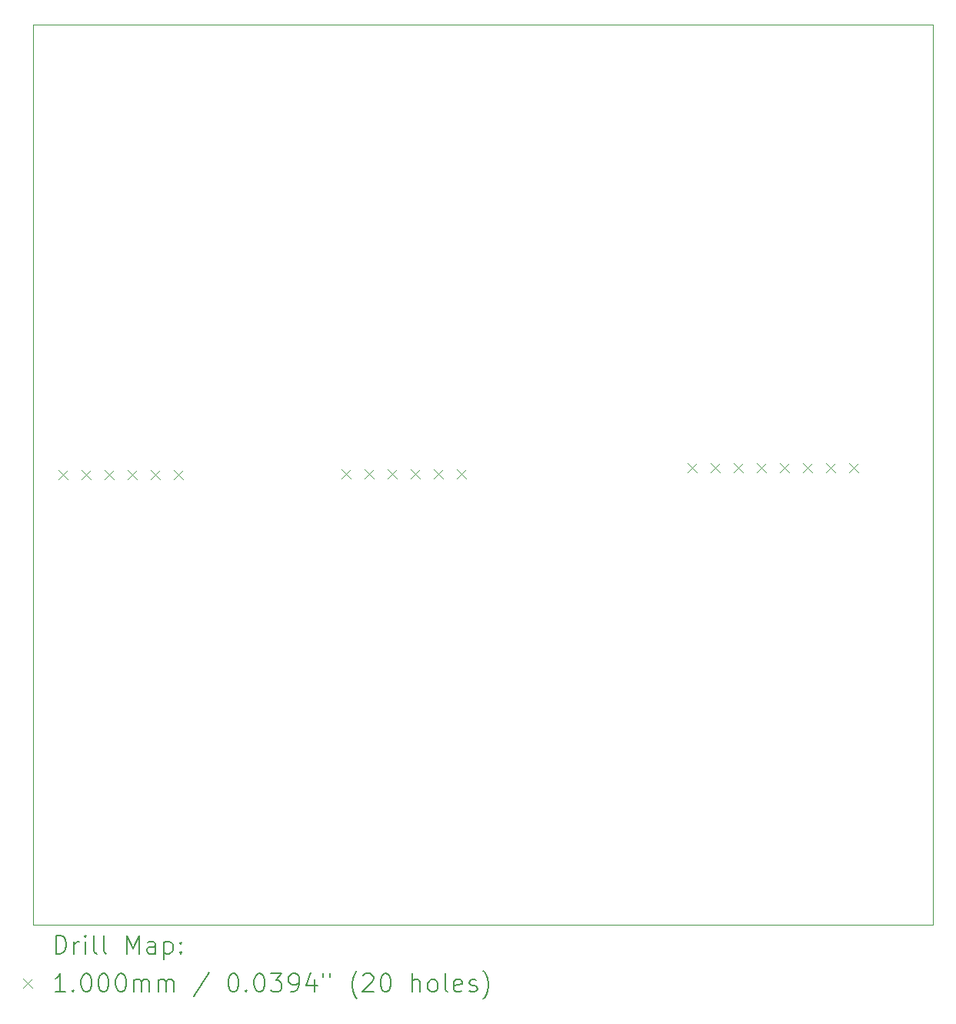
<source format=gbr>
%TF.GenerationSoftware,KiCad,Pcbnew,7.0.7*%
%TF.CreationDate,2024-01-08T08:14:43+08:00*%
%TF.ProjectId,IIDX_Cap_Controller,49494458-5f43-4617-905f-436f6e74726f,rev?*%
%TF.SameCoordinates,Original*%
%TF.FileFunction,Drillmap*%
%TF.FilePolarity,Positive*%
%FSLAX45Y45*%
G04 Gerber Fmt 4.5, Leading zero omitted, Abs format (unit mm)*
G04 Created by KiCad (PCBNEW 7.0.7) date 2024-01-08 08:14:43*
%MOMM*%
%LPD*%
G01*
G04 APERTURE LIST*
%ADD10C,0.100000*%
%ADD11C,0.200000*%
G04 APERTURE END LIST*
D10*
X9730003Y-3177291D02*
X19636003Y-3177291D01*
X19636003Y-13083291D01*
X9730003Y-13083291D01*
X9730003Y-3177291D01*
D11*
D10*
X10011964Y-8081006D02*
X10111964Y-8181006D01*
X10111964Y-8081006D02*
X10011964Y-8181006D01*
X10265964Y-8081006D02*
X10365964Y-8181006D01*
X10365964Y-8081006D02*
X10265964Y-8181006D01*
X10519964Y-8081006D02*
X10619964Y-8181006D01*
X10619964Y-8081006D02*
X10519964Y-8181006D01*
X10773964Y-8081006D02*
X10873964Y-8181006D01*
X10873964Y-8081006D02*
X10773964Y-8181006D01*
X11027964Y-8081006D02*
X11127964Y-8181006D01*
X11127964Y-8081006D02*
X11027964Y-8181006D01*
X11281964Y-8081006D02*
X11381964Y-8181006D01*
X11381964Y-8081006D02*
X11281964Y-8181006D01*
X13128851Y-8068027D02*
X13228851Y-8168027D01*
X13228851Y-8068027D02*
X13128851Y-8168027D01*
X13382851Y-8068027D02*
X13482851Y-8168027D01*
X13482851Y-8068027D02*
X13382851Y-8168027D01*
X13636851Y-8068027D02*
X13736851Y-8168027D01*
X13736851Y-8068027D02*
X13636851Y-8168027D01*
X13890851Y-8068027D02*
X13990851Y-8168027D01*
X13990851Y-8068027D02*
X13890851Y-8168027D01*
X14144851Y-8068027D02*
X14244851Y-8168027D01*
X14244851Y-8068027D02*
X14144851Y-8168027D01*
X14398851Y-8068027D02*
X14498851Y-8168027D01*
X14498851Y-8068027D02*
X14398851Y-8168027D01*
X16939983Y-8002733D02*
X17039983Y-8102733D01*
X17039983Y-8002733D02*
X16939983Y-8102733D01*
X17193983Y-8002733D02*
X17293983Y-8102733D01*
X17293983Y-8002733D02*
X17193983Y-8102733D01*
X17447983Y-8002733D02*
X17547983Y-8102733D01*
X17547983Y-8002733D02*
X17447983Y-8102733D01*
X17701983Y-8002733D02*
X17801983Y-8102733D01*
X17801983Y-8002733D02*
X17701983Y-8102733D01*
X17955983Y-8002733D02*
X18055983Y-8102733D01*
X18055983Y-8002733D02*
X17955983Y-8102733D01*
X18209983Y-8002733D02*
X18309983Y-8102733D01*
X18309983Y-8002733D02*
X18209983Y-8102733D01*
X18463983Y-8002733D02*
X18563983Y-8102733D01*
X18563983Y-8002733D02*
X18463983Y-8102733D01*
X18717983Y-8002733D02*
X18817983Y-8102733D01*
X18817983Y-8002733D02*
X18717983Y-8102733D01*
D11*
X9985779Y-13399775D02*
X9985779Y-13199775D01*
X9985779Y-13199775D02*
X10033398Y-13199775D01*
X10033398Y-13199775D02*
X10061970Y-13209299D01*
X10061970Y-13209299D02*
X10081018Y-13228346D01*
X10081018Y-13228346D02*
X10090541Y-13247394D01*
X10090541Y-13247394D02*
X10100065Y-13285489D01*
X10100065Y-13285489D02*
X10100065Y-13314061D01*
X10100065Y-13314061D02*
X10090541Y-13352156D01*
X10090541Y-13352156D02*
X10081018Y-13371204D01*
X10081018Y-13371204D02*
X10061970Y-13390251D01*
X10061970Y-13390251D02*
X10033398Y-13399775D01*
X10033398Y-13399775D02*
X9985779Y-13399775D01*
X10185779Y-13399775D02*
X10185779Y-13266442D01*
X10185779Y-13304537D02*
X10195303Y-13285489D01*
X10195303Y-13285489D02*
X10204827Y-13275965D01*
X10204827Y-13275965D02*
X10223875Y-13266442D01*
X10223875Y-13266442D02*
X10242922Y-13266442D01*
X10309589Y-13399775D02*
X10309589Y-13266442D01*
X10309589Y-13199775D02*
X10300065Y-13209299D01*
X10300065Y-13209299D02*
X10309589Y-13218823D01*
X10309589Y-13218823D02*
X10319113Y-13209299D01*
X10319113Y-13209299D02*
X10309589Y-13199775D01*
X10309589Y-13199775D02*
X10309589Y-13218823D01*
X10433398Y-13399775D02*
X10414351Y-13390251D01*
X10414351Y-13390251D02*
X10404827Y-13371204D01*
X10404827Y-13371204D02*
X10404827Y-13199775D01*
X10538160Y-13399775D02*
X10519113Y-13390251D01*
X10519113Y-13390251D02*
X10509589Y-13371204D01*
X10509589Y-13371204D02*
X10509589Y-13199775D01*
X10766732Y-13399775D02*
X10766732Y-13199775D01*
X10766732Y-13199775D02*
X10833399Y-13342632D01*
X10833399Y-13342632D02*
X10900065Y-13199775D01*
X10900065Y-13199775D02*
X10900065Y-13399775D01*
X11081018Y-13399775D02*
X11081018Y-13295013D01*
X11081018Y-13295013D02*
X11071494Y-13275965D01*
X11071494Y-13275965D02*
X11052446Y-13266442D01*
X11052446Y-13266442D02*
X11014351Y-13266442D01*
X11014351Y-13266442D02*
X10995303Y-13275965D01*
X11081018Y-13390251D02*
X11061970Y-13399775D01*
X11061970Y-13399775D02*
X11014351Y-13399775D01*
X11014351Y-13399775D02*
X10995303Y-13390251D01*
X10995303Y-13390251D02*
X10985779Y-13371204D01*
X10985779Y-13371204D02*
X10985779Y-13352156D01*
X10985779Y-13352156D02*
X10995303Y-13333108D01*
X10995303Y-13333108D02*
X11014351Y-13323585D01*
X11014351Y-13323585D02*
X11061970Y-13323585D01*
X11061970Y-13323585D02*
X11081018Y-13314061D01*
X11176256Y-13266442D02*
X11176256Y-13466442D01*
X11176256Y-13275965D02*
X11195303Y-13266442D01*
X11195303Y-13266442D02*
X11233398Y-13266442D01*
X11233398Y-13266442D02*
X11252446Y-13275965D01*
X11252446Y-13275965D02*
X11261970Y-13285489D01*
X11261970Y-13285489D02*
X11271494Y-13304537D01*
X11271494Y-13304537D02*
X11271494Y-13361680D01*
X11271494Y-13361680D02*
X11261970Y-13380727D01*
X11261970Y-13380727D02*
X11252446Y-13390251D01*
X11252446Y-13390251D02*
X11233398Y-13399775D01*
X11233398Y-13399775D02*
X11195303Y-13399775D01*
X11195303Y-13399775D02*
X11176256Y-13390251D01*
X11357208Y-13380727D02*
X11366732Y-13390251D01*
X11366732Y-13390251D02*
X11357208Y-13399775D01*
X11357208Y-13399775D02*
X11347684Y-13390251D01*
X11347684Y-13390251D02*
X11357208Y-13380727D01*
X11357208Y-13380727D02*
X11357208Y-13399775D01*
X11357208Y-13275965D02*
X11366732Y-13285489D01*
X11366732Y-13285489D02*
X11357208Y-13295013D01*
X11357208Y-13295013D02*
X11347684Y-13285489D01*
X11347684Y-13285489D02*
X11357208Y-13275965D01*
X11357208Y-13275965D02*
X11357208Y-13295013D01*
D10*
X9625003Y-13678291D02*
X9725003Y-13778291D01*
X9725003Y-13678291D02*
X9625003Y-13778291D01*
D11*
X10090541Y-13819775D02*
X9976256Y-13819775D01*
X10033398Y-13819775D02*
X10033398Y-13619775D01*
X10033398Y-13619775D02*
X10014351Y-13648346D01*
X10014351Y-13648346D02*
X9995303Y-13667394D01*
X9995303Y-13667394D02*
X9976256Y-13676918D01*
X10176256Y-13800727D02*
X10185779Y-13810251D01*
X10185779Y-13810251D02*
X10176256Y-13819775D01*
X10176256Y-13819775D02*
X10166732Y-13810251D01*
X10166732Y-13810251D02*
X10176256Y-13800727D01*
X10176256Y-13800727D02*
X10176256Y-13819775D01*
X10309589Y-13619775D02*
X10328637Y-13619775D01*
X10328637Y-13619775D02*
X10347684Y-13629299D01*
X10347684Y-13629299D02*
X10357208Y-13638823D01*
X10357208Y-13638823D02*
X10366732Y-13657870D01*
X10366732Y-13657870D02*
X10376256Y-13695965D01*
X10376256Y-13695965D02*
X10376256Y-13743585D01*
X10376256Y-13743585D02*
X10366732Y-13781680D01*
X10366732Y-13781680D02*
X10357208Y-13800727D01*
X10357208Y-13800727D02*
X10347684Y-13810251D01*
X10347684Y-13810251D02*
X10328637Y-13819775D01*
X10328637Y-13819775D02*
X10309589Y-13819775D01*
X10309589Y-13819775D02*
X10290541Y-13810251D01*
X10290541Y-13810251D02*
X10281018Y-13800727D01*
X10281018Y-13800727D02*
X10271494Y-13781680D01*
X10271494Y-13781680D02*
X10261970Y-13743585D01*
X10261970Y-13743585D02*
X10261970Y-13695965D01*
X10261970Y-13695965D02*
X10271494Y-13657870D01*
X10271494Y-13657870D02*
X10281018Y-13638823D01*
X10281018Y-13638823D02*
X10290541Y-13629299D01*
X10290541Y-13629299D02*
X10309589Y-13619775D01*
X10500065Y-13619775D02*
X10519113Y-13619775D01*
X10519113Y-13619775D02*
X10538160Y-13629299D01*
X10538160Y-13629299D02*
X10547684Y-13638823D01*
X10547684Y-13638823D02*
X10557208Y-13657870D01*
X10557208Y-13657870D02*
X10566732Y-13695965D01*
X10566732Y-13695965D02*
X10566732Y-13743585D01*
X10566732Y-13743585D02*
X10557208Y-13781680D01*
X10557208Y-13781680D02*
X10547684Y-13800727D01*
X10547684Y-13800727D02*
X10538160Y-13810251D01*
X10538160Y-13810251D02*
X10519113Y-13819775D01*
X10519113Y-13819775D02*
X10500065Y-13819775D01*
X10500065Y-13819775D02*
X10481018Y-13810251D01*
X10481018Y-13810251D02*
X10471494Y-13800727D01*
X10471494Y-13800727D02*
X10461970Y-13781680D01*
X10461970Y-13781680D02*
X10452446Y-13743585D01*
X10452446Y-13743585D02*
X10452446Y-13695965D01*
X10452446Y-13695965D02*
X10461970Y-13657870D01*
X10461970Y-13657870D02*
X10471494Y-13638823D01*
X10471494Y-13638823D02*
X10481018Y-13629299D01*
X10481018Y-13629299D02*
X10500065Y-13619775D01*
X10690541Y-13619775D02*
X10709589Y-13619775D01*
X10709589Y-13619775D02*
X10728637Y-13629299D01*
X10728637Y-13629299D02*
X10738160Y-13638823D01*
X10738160Y-13638823D02*
X10747684Y-13657870D01*
X10747684Y-13657870D02*
X10757208Y-13695965D01*
X10757208Y-13695965D02*
X10757208Y-13743585D01*
X10757208Y-13743585D02*
X10747684Y-13781680D01*
X10747684Y-13781680D02*
X10738160Y-13800727D01*
X10738160Y-13800727D02*
X10728637Y-13810251D01*
X10728637Y-13810251D02*
X10709589Y-13819775D01*
X10709589Y-13819775D02*
X10690541Y-13819775D01*
X10690541Y-13819775D02*
X10671494Y-13810251D01*
X10671494Y-13810251D02*
X10661970Y-13800727D01*
X10661970Y-13800727D02*
X10652446Y-13781680D01*
X10652446Y-13781680D02*
X10642922Y-13743585D01*
X10642922Y-13743585D02*
X10642922Y-13695965D01*
X10642922Y-13695965D02*
X10652446Y-13657870D01*
X10652446Y-13657870D02*
X10661970Y-13638823D01*
X10661970Y-13638823D02*
X10671494Y-13629299D01*
X10671494Y-13629299D02*
X10690541Y-13619775D01*
X10842922Y-13819775D02*
X10842922Y-13686442D01*
X10842922Y-13705489D02*
X10852446Y-13695965D01*
X10852446Y-13695965D02*
X10871494Y-13686442D01*
X10871494Y-13686442D02*
X10900065Y-13686442D01*
X10900065Y-13686442D02*
X10919113Y-13695965D01*
X10919113Y-13695965D02*
X10928637Y-13715013D01*
X10928637Y-13715013D02*
X10928637Y-13819775D01*
X10928637Y-13715013D02*
X10938160Y-13695965D01*
X10938160Y-13695965D02*
X10957208Y-13686442D01*
X10957208Y-13686442D02*
X10985779Y-13686442D01*
X10985779Y-13686442D02*
X11004827Y-13695965D01*
X11004827Y-13695965D02*
X11014351Y-13715013D01*
X11014351Y-13715013D02*
X11014351Y-13819775D01*
X11109589Y-13819775D02*
X11109589Y-13686442D01*
X11109589Y-13705489D02*
X11119113Y-13695965D01*
X11119113Y-13695965D02*
X11138160Y-13686442D01*
X11138160Y-13686442D02*
X11166732Y-13686442D01*
X11166732Y-13686442D02*
X11185779Y-13695965D01*
X11185779Y-13695965D02*
X11195303Y-13715013D01*
X11195303Y-13715013D02*
X11195303Y-13819775D01*
X11195303Y-13715013D02*
X11204827Y-13695965D01*
X11204827Y-13695965D02*
X11223875Y-13686442D01*
X11223875Y-13686442D02*
X11252446Y-13686442D01*
X11252446Y-13686442D02*
X11271494Y-13695965D01*
X11271494Y-13695965D02*
X11281018Y-13715013D01*
X11281018Y-13715013D02*
X11281018Y-13819775D01*
X11671494Y-13610251D02*
X11500065Y-13867394D01*
X11928637Y-13619775D02*
X11947684Y-13619775D01*
X11947684Y-13619775D02*
X11966732Y-13629299D01*
X11966732Y-13629299D02*
X11976256Y-13638823D01*
X11976256Y-13638823D02*
X11985780Y-13657870D01*
X11985780Y-13657870D02*
X11995303Y-13695965D01*
X11995303Y-13695965D02*
X11995303Y-13743585D01*
X11995303Y-13743585D02*
X11985780Y-13781680D01*
X11985780Y-13781680D02*
X11976256Y-13800727D01*
X11976256Y-13800727D02*
X11966732Y-13810251D01*
X11966732Y-13810251D02*
X11947684Y-13819775D01*
X11947684Y-13819775D02*
X11928637Y-13819775D01*
X11928637Y-13819775D02*
X11909589Y-13810251D01*
X11909589Y-13810251D02*
X11900065Y-13800727D01*
X11900065Y-13800727D02*
X11890541Y-13781680D01*
X11890541Y-13781680D02*
X11881018Y-13743585D01*
X11881018Y-13743585D02*
X11881018Y-13695965D01*
X11881018Y-13695965D02*
X11890541Y-13657870D01*
X11890541Y-13657870D02*
X11900065Y-13638823D01*
X11900065Y-13638823D02*
X11909589Y-13629299D01*
X11909589Y-13629299D02*
X11928637Y-13619775D01*
X12081018Y-13800727D02*
X12090541Y-13810251D01*
X12090541Y-13810251D02*
X12081018Y-13819775D01*
X12081018Y-13819775D02*
X12071494Y-13810251D01*
X12071494Y-13810251D02*
X12081018Y-13800727D01*
X12081018Y-13800727D02*
X12081018Y-13819775D01*
X12214351Y-13619775D02*
X12233399Y-13619775D01*
X12233399Y-13619775D02*
X12252446Y-13629299D01*
X12252446Y-13629299D02*
X12261970Y-13638823D01*
X12261970Y-13638823D02*
X12271494Y-13657870D01*
X12271494Y-13657870D02*
X12281018Y-13695965D01*
X12281018Y-13695965D02*
X12281018Y-13743585D01*
X12281018Y-13743585D02*
X12271494Y-13781680D01*
X12271494Y-13781680D02*
X12261970Y-13800727D01*
X12261970Y-13800727D02*
X12252446Y-13810251D01*
X12252446Y-13810251D02*
X12233399Y-13819775D01*
X12233399Y-13819775D02*
X12214351Y-13819775D01*
X12214351Y-13819775D02*
X12195303Y-13810251D01*
X12195303Y-13810251D02*
X12185780Y-13800727D01*
X12185780Y-13800727D02*
X12176256Y-13781680D01*
X12176256Y-13781680D02*
X12166732Y-13743585D01*
X12166732Y-13743585D02*
X12166732Y-13695965D01*
X12166732Y-13695965D02*
X12176256Y-13657870D01*
X12176256Y-13657870D02*
X12185780Y-13638823D01*
X12185780Y-13638823D02*
X12195303Y-13629299D01*
X12195303Y-13629299D02*
X12214351Y-13619775D01*
X12347684Y-13619775D02*
X12471494Y-13619775D01*
X12471494Y-13619775D02*
X12404827Y-13695965D01*
X12404827Y-13695965D02*
X12433399Y-13695965D01*
X12433399Y-13695965D02*
X12452446Y-13705489D01*
X12452446Y-13705489D02*
X12461970Y-13715013D01*
X12461970Y-13715013D02*
X12471494Y-13734061D01*
X12471494Y-13734061D02*
X12471494Y-13781680D01*
X12471494Y-13781680D02*
X12461970Y-13800727D01*
X12461970Y-13800727D02*
X12452446Y-13810251D01*
X12452446Y-13810251D02*
X12433399Y-13819775D01*
X12433399Y-13819775D02*
X12376256Y-13819775D01*
X12376256Y-13819775D02*
X12357208Y-13810251D01*
X12357208Y-13810251D02*
X12347684Y-13800727D01*
X12566732Y-13819775D02*
X12604827Y-13819775D01*
X12604827Y-13819775D02*
X12623875Y-13810251D01*
X12623875Y-13810251D02*
X12633399Y-13800727D01*
X12633399Y-13800727D02*
X12652446Y-13772156D01*
X12652446Y-13772156D02*
X12661970Y-13734061D01*
X12661970Y-13734061D02*
X12661970Y-13657870D01*
X12661970Y-13657870D02*
X12652446Y-13638823D01*
X12652446Y-13638823D02*
X12642922Y-13629299D01*
X12642922Y-13629299D02*
X12623875Y-13619775D01*
X12623875Y-13619775D02*
X12585780Y-13619775D01*
X12585780Y-13619775D02*
X12566732Y-13629299D01*
X12566732Y-13629299D02*
X12557208Y-13638823D01*
X12557208Y-13638823D02*
X12547684Y-13657870D01*
X12547684Y-13657870D02*
X12547684Y-13705489D01*
X12547684Y-13705489D02*
X12557208Y-13724537D01*
X12557208Y-13724537D02*
X12566732Y-13734061D01*
X12566732Y-13734061D02*
X12585780Y-13743585D01*
X12585780Y-13743585D02*
X12623875Y-13743585D01*
X12623875Y-13743585D02*
X12642922Y-13734061D01*
X12642922Y-13734061D02*
X12652446Y-13724537D01*
X12652446Y-13724537D02*
X12661970Y-13705489D01*
X12833399Y-13686442D02*
X12833399Y-13819775D01*
X12785780Y-13610251D02*
X12738161Y-13753108D01*
X12738161Y-13753108D02*
X12861970Y-13753108D01*
X12928637Y-13619775D02*
X12928637Y-13657870D01*
X13004827Y-13619775D02*
X13004827Y-13657870D01*
X13300065Y-13895965D02*
X13290542Y-13886442D01*
X13290542Y-13886442D02*
X13271494Y-13857870D01*
X13271494Y-13857870D02*
X13261970Y-13838823D01*
X13261970Y-13838823D02*
X13252446Y-13810251D01*
X13252446Y-13810251D02*
X13242923Y-13762632D01*
X13242923Y-13762632D02*
X13242923Y-13724537D01*
X13242923Y-13724537D02*
X13252446Y-13676918D01*
X13252446Y-13676918D02*
X13261970Y-13648346D01*
X13261970Y-13648346D02*
X13271494Y-13629299D01*
X13271494Y-13629299D02*
X13290542Y-13600727D01*
X13290542Y-13600727D02*
X13300065Y-13591204D01*
X13366732Y-13638823D02*
X13376256Y-13629299D01*
X13376256Y-13629299D02*
X13395303Y-13619775D01*
X13395303Y-13619775D02*
X13442923Y-13619775D01*
X13442923Y-13619775D02*
X13461970Y-13629299D01*
X13461970Y-13629299D02*
X13471494Y-13638823D01*
X13471494Y-13638823D02*
X13481018Y-13657870D01*
X13481018Y-13657870D02*
X13481018Y-13676918D01*
X13481018Y-13676918D02*
X13471494Y-13705489D01*
X13471494Y-13705489D02*
X13357208Y-13819775D01*
X13357208Y-13819775D02*
X13481018Y-13819775D01*
X13604827Y-13619775D02*
X13623875Y-13619775D01*
X13623875Y-13619775D02*
X13642923Y-13629299D01*
X13642923Y-13629299D02*
X13652446Y-13638823D01*
X13652446Y-13638823D02*
X13661970Y-13657870D01*
X13661970Y-13657870D02*
X13671494Y-13695965D01*
X13671494Y-13695965D02*
X13671494Y-13743585D01*
X13671494Y-13743585D02*
X13661970Y-13781680D01*
X13661970Y-13781680D02*
X13652446Y-13800727D01*
X13652446Y-13800727D02*
X13642923Y-13810251D01*
X13642923Y-13810251D02*
X13623875Y-13819775D01*
X13623875Y-13819775D02*
X13604827Y-13819775D01*
X13604827Y-13819775D02*
X13585780Y-13810251D01*
X13585780Y-13810251D02*
X13576256Y-13800727D01*
X13576256Y-13800727D02*
X13566732Y-13781680D01*
X13566732Y-13781680D02*
X13557208Y-13743585D01*
X13557208Y-13743585D02*
X13557208Y-13695965D01*
X13557208Y-13695965D02*
X13566732Y-13657870D01*
X13566732Y-13657870D02*
X13576256Y-13638823D01*
X13576256Y-13638823D02*
X13585780Y-13629299D01*
X13585780Y-13629299D02*
X13604827Y-13619775D01*
X13909589Y-13819775D02*
X13909589Y-13619775D01*
X13995304Y-13819775D02*
X13995304Y-13715013D01*
X13995304Y-13715013D02*
X13985780Y-13695965D01*
X13985780Y-13695965D02*
X13966732Y-13686442D01*
X13966732Y-13686442D02*
X13938161Y-13686442D01*
X13938161Y-13686442D02*
X13919113Y-13695965D01*
X13919113Y-13695965D02*
X13909589Y-13705489D01*
X14119113Y-13819775D02*
X14100065Y-13810251D01*
X14100065Y-13810251D02*
X14090542Y-13800727D01*
X14090542Y-13800727D02*
X14081018Y-13781680D01*
X14081018Y-13781680D02*
X14081018Y-13724537D01*
X14081018Y-13724537D02*
X14090542Y-13705489D01*
X14090542Y-13705489D02*
X14100065Y-13695965D01*
X14100065Y-13695965D02*
X14119113Y-13686442D01*
X14119113Y-13686442D02*
X14147685Y-13686442D01*
X14147685Y-13686442D02*
X14166732Y-13695965D01*
X14166732Y-13695965D02*
X14176256Y-13705489D01*
X14176256Y-13705489D02*
X14185780Y-13724537D01*
X14185780Y-13724537D02*
X14185780Y-13781680D01*
X14185780Y-13781680D02*
X14176256Y-13800727D01*
X14176256Y-13800727D02*
X14166732Y-13810251D01*
X14166732Y-13810251D02*
X14147685Y-13819775D01*
X14147685Y-13819775D02*
X14119113Y-13819775D01*
X14300065Y-13819775D02*
X14281018Y-13810251D01*
X14281018Y-13810251D02*
X14271494Y-13791204D01*
X14271494Y-13791204D02*
X14271494Y-13619775D01*
X14452446Y-13810251D02*
X14433399Y-13819775D01*
X14433399Y-13819775D02*
X14395304Y-13819775D01*
X14395304Y-13819775D02*
X14376256Y-13810251D01*
X14376256Y-13810251D02*
X14366732Y-13791204D01*
X14366732Y-13791204D02*
X14366732Y-13715013D01*
X14366732Y-13715013D02*
X14376256Y-13695965D01*
X14376256Y-13695965D02*
X14395304Y-13686442D01*
X14395304Y-13686442D02*
X14433399Y-13686442D01*
X14433399Y-13686442D02*
X14452446Y-13695965D01*
X14452446Y-13695965D02*
X14461970Y-13715013D01*
X14461970Y-13715013D02*
X14461970Y-13734061D01*
X14461970Y-13734061D02*
X14366732Y-13753108D01*
X14538161Y-13810251D02*
X14557208Y-13819775D01*
X14557208Y-13819775D02*
X14595304Y-13819775D01*
X14595304Y-13819775D02*
X14614351Y-13810251D01*
X14614351Y-13810251D02*
X14623875Y-13791204D01*
X14623875Y-13791204D02*
X14623875Y-13781680D01*
X14623875Y-13781680D02*
X14614351Y-13762632D01*
X14614351Y-13762632D02*
X14595304Y-13753108D01*
X14595304Y-13753108D02*
X14566732Y-13753108D01*
X14566732Y-13753108D02*
X14547685Y-13743585D01*
X14547685Y-13743585D02*
X14538161Y-13724537D01*
X14538161Y-13724537D02*
X14538161Y-13715013D01*
X14538161Y-13715013D02*
X14547685Y-13695965D01*
X14547685Y-13695965D02*
X14566732Y-13686442D01*
X14566732Y-13686442D02*
X14595304Y-13686442D01*
X14595304Y-13686442D02*
X14614351Y-13695965D01*
X14690542Y-13895965D02*
X14700066Y-13886442D01*
X14700066Y-13886442D02*
X14719113Y-13857870D01*
X14719113Y-13857870D02*
X14728637Y-13838823D01*
X14728637Y-13838823D02*
X14738161Y-13810251D01*
X14738161Y-13810251D02*
X14747685Y-13762632D01*
X14747685Y-13762632D02*
X14747685Y-13724537D01*
X14747685Y-13724537D02*
X14738161Y-13676918D01*
X14738161Y-13676918D02*
X14728637Y-13648346D01*
X14728637Y-13648346D02*
X14719113Y-13629299D01*
X14719113Y-13629299D02*
X14700066Y-13600727D01*
X14700066Y-13600727D02*
X14690542Y-13591204D01*
M02*

</source>
